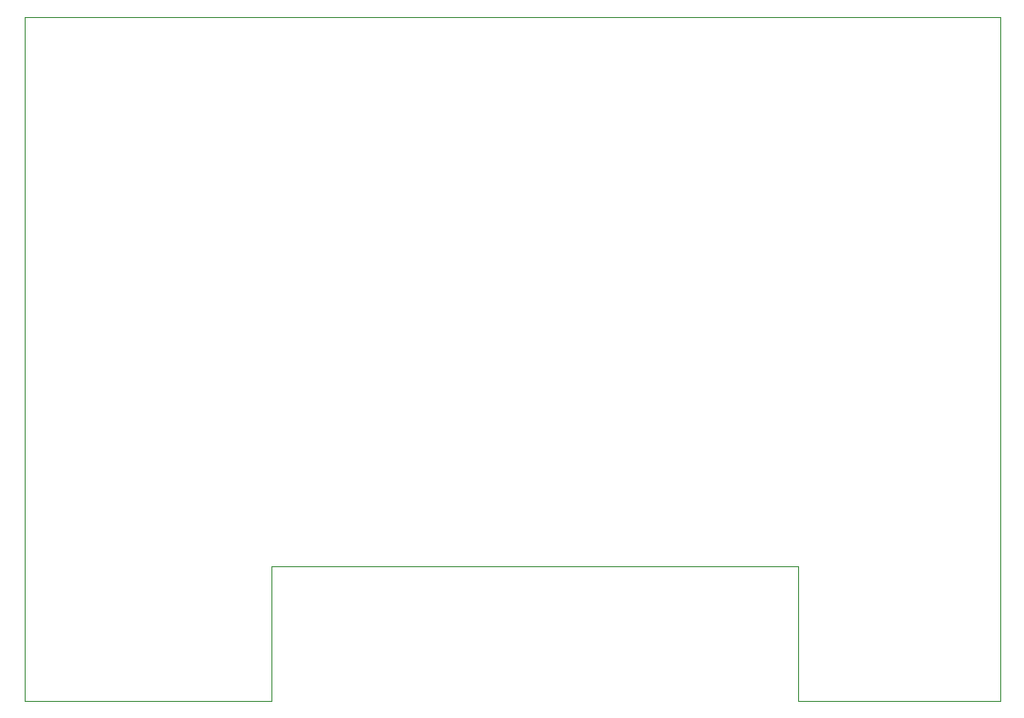
<source format=gbr>
%TF.GenerationSoftware,KiCad,Pcbnew,5.1.7-a382d34a8~87~ubuntu18.04.1*%
%TF.CreationDate,2020-10-24T22:54:41-03:00*%
%TF.ProjectId,TP-CESE,54502d43-4553-4452-9e6b-696361645f70,1*%
%TF.SameCoordinates,Original*%
%TF.FileFunction,Profile,NP*%
%FSLAX46Y46*%
G04 Gerber Fmt 4.6, Leading zero omitted, Abs format (unit mm)*
G04 Created by KiCad (PCBNEW 5.1.7-a382d34a8~87~ubuntu18.04.1) date 2020-10-24 22:54:41*
%MOMM*%
%LPD*%
G01*
G04 APERTURE LIST*
%TA.AperFunction,Profile*%
%ADD10C,0.050000*%
%TD*%
G04 APERTURE END LIST*
D10*
X158000000Y-128000000D02*
X158000000Y-126000000D01*
X176000000Y-128000000D02*
X158000000Y-128000000D01*
X176000000Y-126000000D02*
X176000000Y-128000000D01*
X111000000Y-128000000D02*
X111000000Y-126000000D01*
X89000000Y-128000000D02*
X111000000Y-128000000D01*
X89000000Y-126000000D02*
X89000000Y-128000000D01*
X176000000Y-67000000D02*
X174000000Y-67000000D01*
X176000000Y-126000000D02*
X176000000Y-67000000D01*
X158000000Y-116000000D02*
X158000000Y-126000000D01*
X111000000Y-116000000D02*
X158000000Y-116000000D01*
X111000000Y-126000000D02*
X111000000Y-116000000D01*
X89000000Y-123000000D02*
X89000000Y-126000000D01*
X89000000Y-123000000D02*
X89000000Y-67000000D01*
X89000000Y-67000000D02*
X174000000Y-67000000D01*
M02*

</source>
